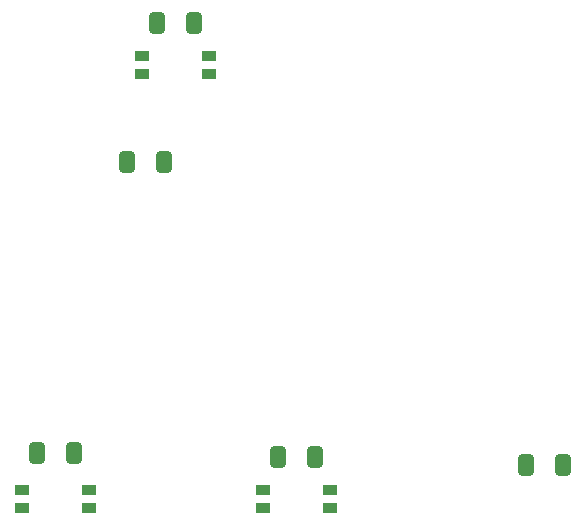
<source format=gbp>
G04 #@! TF.GenerationSoftware,KiCad,Pcbnew,9.0.5*
G04 #@! TF.CreationDate,2025-10-24T02:47:50+02:00*
G04 #@! TF.ProjectId,ESPHomeModule,45535048-6f6d-4654-9d6f-64756c652e6b,V1.0*
G04 #@! TF.SameCoordinates,Original*
G04 #@! TF.FileFunction,Paste,Bot*
G04 #@! TF.FilePolarity,Positive*
%FSLAX46Y46*%
G04 Gerber Fmt 4.6, Leading zero omitted, Abs format (unit mm)*
G04 Created by KiCad (PCBNEW 9.0.5) date 2025-10-24 02:47:50*
%MOMM*%
%LPD*%
G01*
G04 APERTURE LIST*
G04 Aperture macros list*
%AMRoundRect*
0 Rectangle with rounded corners*
0 $1 Rounding radius*
0 $2 $3 $4 $5 $6 $7 $8 $9 X,Y pos of 4 corners*
0 Add a 4 corners polygon primitive as box body*
4,1,4,$2,$3,$4,$5,$6,$7,$8,$9,$2,$3,0*
0 Add four circle primitives for the rounded corners*
1,1,$1+$1,$2,$3*
1,1,$1+$1,$4,$5*
1,1,$1+$1,$6,$7*
1,1,$1+$1,$8,$9*
0 Add four rect primitives between the rounded corners*
20,1,$1+$1,$2,$3,$4,$5,0*
20,1,$1+$1,$4,$5,$6,$7,0*
20,1,$1+$1,$6,$7,$8,$9,0*
20,1,$1+$1,$8,$9,$2,$3,0*%
G04 Aperture macros list end*
%ADD10R,1.299990X0.900000*%
%ADD11R,1.299998X0.899998*%
%ADD12RoundRect,0.250000X0.412500X0.650000X-0.412500X0.650000X-0.412500X-0.650000X0.412500X-0.650000X0*%
%ADD13RoundRect,0.250000X-0.412500X-0.650000X0.412500X-0.650000X0.412500X0.650000X-0.412500X0.650000X0*%
G04 APERTURE END LIST*
D10*
X146650005Y-60250000D03*
D11*
X146650001Y-61749999D03*
X152349999Y-61749999D03*
X152349999Y-60250001D03*
D10*
X142149995Y-98550000D03*
D11*
X142149999Y-97050001D03*
X136450001Y-97050001D03*
X136450001Y-98549999D03*
D12*
X140862500Y-93900000D03*
X137737500Y-93900000D03*
X161262500Y-94200000D03*
X158137500Y-94200000D03*
X182254500Y-94918000D03*
X179129500Y-94918000D03*
D10*
X162549995Y-98550000D03*
D11*
X162549999Y-97050001D03*
X156850001Y-97050001D03*
X156850001Y-98549999D03*
D12*
X148472500Y-69264000D03*
X145347500Y-69264000D03*
D13*
X147937500Y-57500000D03*
X151062500Y-57500000D03*
M02*

</source>
